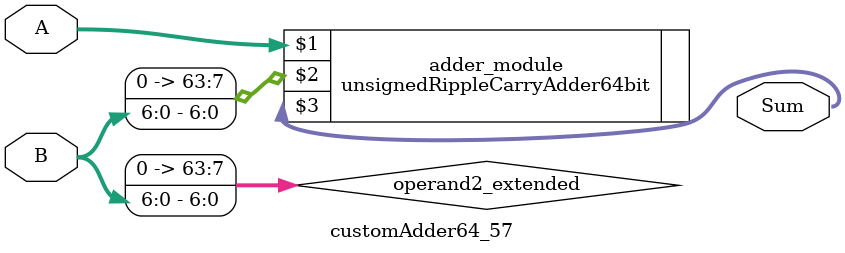
<source format=v>
module customAdder64_57(
                        input [63 : 0] A,
                        input [6 : 0] B,
                        
                        output [64 : 0] Sum
                );

        wire [63 : 0] operand2_extended;
        
        assign operand2_extended =  {57'b0, B};
        
        unsignedRippleCarryAdder64bit adder_module(
            A,
            operand2_extended,
            Sum
        );
        
        endmodule
        
</source>
